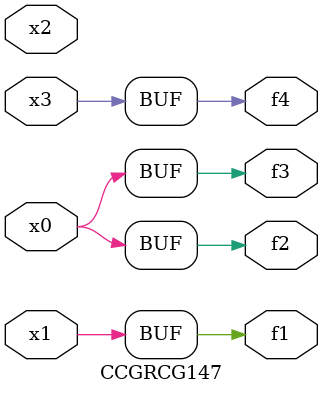
<source format=v>
module CCGRCG147(
	input x0, x1, x2, x3,
	output f1, f2, f3, f4
);
	assign f1 = x1;
	assign f2 = x0;
	assign f3 = x0;
	assign f4 = x3;
endmodule

</source>
